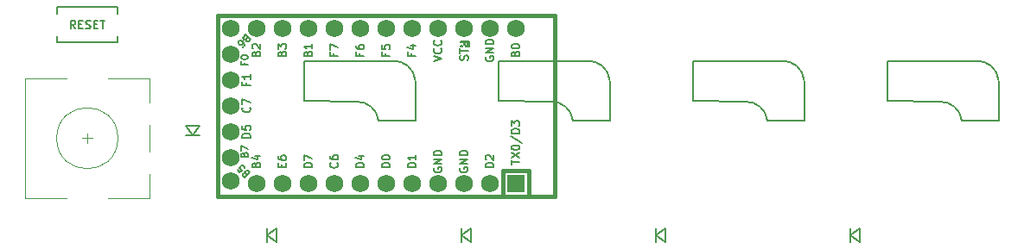
<source format=gbr>
%TF.GenerationSoftware,KiCad,Pcbnew,(6.0.1)*%
%TF.CreationDate,2022-02-15T20:39:13+08:00*%
%TF.ProjectId,Desk_Macropad,4465736b-5f4d-4616-9372-6f7061642e6b,rev?*%
%TF.SameCoordinates,Original*%
%TF.FileFunction,Legend,Top*%
%TF.FilePolarity,Positive*%
%FSLAX46Y46*%
G04 Gerber Fmt 4.6, Leading zero omitted, Abs format (unit mm)*
G04 Created by KiCad (PCBNEW (6.0.1)) date 2022-02-15 20:39:13*
%MOMM*%
%LPD*%
G01*
G04 APERTURE LIST*
%ADD10C,0.150000*%
%ADD11C,0.120000*%
%ADD12C,0.381000*%
%ADD13R,1.752600X1.752600*%
%ADD14C,1.752600*%
G04 APERTURE END LIST*
D10*
%TO.C,RSW1*%
X87881845Y-82890654D02*
X87615178Y-82509702D01*
X87424702Y-82890654D02*
X87424702Y-82090654D01*
X87729464Y-82090654D01*
X87805654Y-82128750D01*
X87843750Y-82166845D01*
X87881845Y-82243035D01*
X87881845Y-82357321D01*
X87843750Y-82433511D01*
X87805654Y-82471607D01*
X87729464Y-82509702D01*
X87424702Y-82509702D01*
X88224702Y-82471607D02*
X88491369Y-82471607D01*
X88605654Y-82890654D02*
X88224702Y-82890654D01*
X88224702Y-82090654D01*
X88605654Y-82090654D01*
X88910416Y-82852559D02*
X89024702Y-82890654D01*
X89215178Y-82890654D01*
X89291369Y-82852559D01*
X89329464Y-82814464D01*
X89367559Y-82738273D01*
X89367559Y-82662083D01*
X89329464Y-82585892D01*
X89291369Y-82547797D01*
X89215178Y-82509702D01*
X89062797Y-82471607D01*
X88986607Y-82433511D01*
X88948511Y-82395416D01*
X88910416Y-82319226D01*
X88910416Y-82243035D01*
X88948511Y-82166845D01*
X88986607Y-82128750D01*
X89062797Y-82090654D01*
X89253273Y-82090654D01*
X89367559Y-82128750D01*
X89710416Y-82471607D02*
X89977083Y-82471607D01*
X90091369Y-82890654D02*
X89710416Y-82890654D01*
X89710416Y-82090654D01*
X90091369Y-82090654D01*
X90319940Y-82090654D02*
X90777083Y-82090654D01*
X90548511Y-82890654D02*
X90548511Y-82090654D01*
%TO.C,U1*%
X126309559Y-85980833D02*
X126347654Y-85866547D01*
X126347654Y-85676071D01*
X126309559Y-85599880D01*
X126271464Y-85561785D01*
X126195273Y-85523690D01*
X126119083Y-85523690D01*
X126042892Y-85561785D01*
X126004797Y-85599880D01*
X125966702Y-85676071D01*
X125928607Y-85828452D01*
X125890511Y-85904642D01*
X125852416Y-85942738D01*
X125776226Y-85980833D01*
X125700035Y-85980833D01*
X125623845Y-85942738D01*
X125585750Y-85904642D01*
X125547654Y-85828452D01*
X125547654Y-85637976D01*
X125585750Y-85523690D01*
X125547654Y-85295119D02*
X125547654Y-84837976D01*
X126347654Y-85066547D02*
X125547654Y-85066547D01*
X130607654Y-96249848D02*
X130607654Y-95792705D01*
X131407654Y-96021276D02*
X130607654Y-96021276D01*
X130607654Y-95602229D02*
X131407654Y-95068895D01*
X130607654Y-95068895D02*
X131407654Y-95602229D01*
X130607654Y-94611752D02*
X130607654Y-94535562D01*
X130645750Y-94459372D01*
X130683845Y-94421276D01*
X130760035Y-94383181D01*
X130912416Y-94345086D01*
X131102892Y-94345086D01*
X131255273Y-94383181D01*
X131331464Y-94421276D01*
X131369559Y-94459372D01*
X131407654Y-94535562D01*
X131407654Y-94611752D01*
X131369559Y-94687943D01*
X131331464Y-94726038D01*
X131255273Y-94764133D01*
X131102892Y-94802229D01*
X130912416Y-94802229D01*
X130760035Y-94764133D01*
X130683845Y-94726038D01*
X130645750Y-94687943D01*
X130607654Y-94611752D01*
X130569559Y-93430800D02*
X131598130Y-94116514D01*
X131407654Y-93164133D02*
X130607654Y-93164133D01*
X130607654Y-92973657D01*
X130645750Y-92859372D01*
X130721940Y-92783181D01*
X130798130Y-92745086D01*
X130950511Y-92706991D01*
X131064797Y-92706991D01*
X131217178Y-92745086D01*
X131293369Y-92783181D01*
X131369559Y-92859372D01*
X131407654Y-92973657D01*
X131407654Y-93164133D01*
X130607654Y-92440324D02*
X130607654Y-91945086D01*
X130912416Y-92211752D01*
X130912416Y-92097467D01*
X130950511Y-92021276D01*
X130988607Y-91983181D01*
X131064797Y-91945086D01*
X131255273Y-91945086D01*
X131331464Y-91983181D01*
X131369559Y-92021276D01*
X131407654Y-92097467D01*
X131407654Y-92326038D01*
X131369559Y-92402229D01*
X131331464Y-92440324D01*
X130988607Y-85350309D02*
X131026702Y-85236023D01*
X131064797Y-85197928D01*
X131140988Y-85159833D01*
X131255273Y-85159833D01*
X131331464Y-85197928D01*
X131369559Y-85236023D01*
X131407654Y-85312214D01*
X131407654Y-85616976D01*
X130607654Y-85616976D01*
X130607654Y-85350309D01*
X130645750Y-85274119D01*
X130683845Y-85236023D01*
X130760035Y-85197928D01*
X130836226Y-85197928D01*
X130912416Y-85236023D01*
X130950511Y-85274119D01*
X130988607Y-85350309D01*
X130988607Y-85616976D01*
X130607654Y-84664595D02*
X130607654Y-84588404D01*
X130645750Y-84512214D01*
X130683845Y-84474119D01*
X130760035Y-84436023D01*
X130912416Y-84397928D01*
X131102892Y-84397928D01*
X131255273Y-84436023D01*
X131331464Y-84474119D01*
X131369559Y-84512214D01*
X131407654Y-84588404D01*
X131407654Y-84664595D01*
X131369559Y-84740785D01*
X131331464Y-84778880D01*
X131255273Y-84816976D01*
X131102892Y-84855071D01*
X130912416Y-84855071D01*
X130760035Y-84816976D01*
X130683845Y-84778880D01*
X130645750Y-84740785D01*
X130607654Y-84664595D01*
X121247654Y-96538976D02*
X120447654Y-96538976D01*
X120447654Y-96348500D01*
X120485750Y-96234214D01*
X120561940Y-96158023D01*
X120638130Y-96119928D01*
X120790511Y-96081833D01*
X120904797Y-96081833D01*
X121057178Y-96119928D01*
X121133369Y-96158023D01*
X121209559Y-96234214D01*
X121247654Y-96348500D01*
X121247654Y-96538976D01*
X121247654Y-95319928D02*
X121247654Y-95777071D01*
X121247654Y-95548500D02*
X120447654Y-95548500D01*
X120561940Y-95624690D01*
X120638130Y-95700880D01*
X120676226Y-95777071D01*
X105588607Y-85350309D02*
X105626702Y-85236023D01*
X105664797Y-85197928D01*
X105740988Y-85159833D01*
X105855273Y-85159833D01*
X105931464Y-85197928D01*
X105969559Y-85236023D01*
X106007654Y-85312214D01*
X106007654Y-85616976D01*
X105207654Y-85616976D01*
X105207654Y-85350309D01*
X105245750Y-85274119D01*
X105283845Y-85236023D01*
X105360035Y-85197928D01*
X105436226Y-85197928D01*
X105512416Y-85236023D01*
X105550511Y-85274119D01*
X105588607Y-85350309D01*
X105588607Y-85616976D01*
X105283845Y-84855071D02*
X105245750Y-84816976D01*
X105207654Y-84740785D01*
X105207654Y-84550309D01*
X105245750Y-84474119D01*
X105283845Y-84436023D01*
X105360035Y-84397928D01*
X105436226Y-84397928D01*
X105550511Y-84436023D01*
X106007654Y-84893166D01*
X106007654Y-84397928D01*
X108128607Y-85350309D02*
X108166702Y-85236023D01*
X108204797Y-85197928D01*
X108280988Y-85159833D01*
X108395273Y-85159833D01*
X108471464Y-85197928D01*
X108509559Y-85236023D01*
X108547654Y-85312214D01*
X108547654Y-85616976D01*
X107747654Y-85616976D01*
X107747654Y-85350309D01*
X107785750Y-85274119D01*
X107823845Y-85236023D01*
X107900035Y-85197928D01*
X107976226Y-85197928D01*
X108052416Y-85236023D01*
X108090511Y-85274119D01*
X108128607Y-85350309D01*
X108128607Y-85616976D01*
X107747654Y-84893166D02*
X107747654Y-84397928D01*
X108052416Y-84664595D01*
X108052416Y-84550309D01*
X108090511Y-84474119D01*
X108128607Y-84436023D01*
X108204797Y-84397928D01*
X108395273Y-84397928D01*
X108471464Y-84436023D01*
X108509559Y-84474119D01*
X108547654Y-84550309D01*
X108547654Y-84778880D01*
X108509559Y-84855071D01*
X108471464Y-84893166D01*
X104618607Y-88214166D02*
X104618607Y-88480833D01*
X105037654Y-88480833D02*
X104237654Y-88480833D01*
X104237654Y-88099880D01*
X105037654Y-87376071D02*
X105037654Y-87833214D01*
X105037654Y-87604642D02*
X104237654Y-87604642D01*
X104351940Y-87680833D01*
X104428130Y-87757023D01*
X104466226Y-87833214D01*
X115748607Y-85293166D02*
X115748607Y-85559833D01*
X116167654Y-85559833D02*
X115367654Y-85559833D01*
X115367654Y-85178880D01*
X115367654Y-84531261D02*
X115367654Y-84683642D01*
X115405750Y-84759833D01*
X115443845Y-84797928D01*
X115558130Y-84874119D01*
X115710511Y-84912214D01*
X116015273Y-84912214D01*
X116091464Y-84874119D01*
X116129559Y-84836023D01*
X116167654Y-84759833D01*
X116167654Y-84607452D01*
X116129559Y-84531261D01*
X116091464Y-84493166D01*
X116015273Y-84455071D01*
X115824797Y-84455071D01*
X115748607Y-84493166D01*
X115710511Y-84531261D01*
X115672416Y-84607452D01*
X115672416Y-84759833D01*
X115710511Y-84836023D01*
X115748607Y-84874119D01*
X115824797Y-84912214D01*
X105588607Y-96272309D02*
X105626702Y-96158023D01*
X105664797Y-96119928D01*
X105740988Y-96081833D01*
X105855273Y-96081833D01*
X105931464Y-96119928D01*
X105969559Y-96158023D01*
X106007654Y-96234214D01*
X106007654Y-96538976D01*
X105207654Y-96538976D01*
X105207654Y-96272309D01*
X105245750Y-96196119D01*
X105283845Y-96158023D01*
X105360035Y-96119928D01*
X105436226Y-96119928D01*
X105512416Y-96158023D01*
X105550511Y-96196119D01*
X105588607Y-96272309D01*
X105588607Y-96538976D01*
X105474321Y-95396119D02*
X106007654Y-95396119D01*
X105169559Y-95586595D02*
X105740988Y-95777071D01*
X105740988Y-95281833D01*
X110668607Y-85350309D02*
X110706702Y-85236023D01*
X110744797Y-85197928D01*
X110820988Y-85159833D01*
X110935273Y-85159833D01*
X111011464Y-85197928D01*
X111049559Y-85236023D01*
X111087654Y-85312214D01*
X111087654Y-85616976D01*
X110287654Y-85616976D01*
X110287654Y-85350309D01*
X110325750Y-85274119D01*
X110363845Y-85236023D01*
X110440035Y-85197928D01*
X110516226Y-85197928D01*
X110592416Y-85236023D01*
X110630511Y-85274119D01*
X110668607Y-85350309D01*
X110668607Y-85616976D01*
X111087654Y-84397928D02*
X111087654Y-84855071D01*
X111087654Y-84626500D02*
X110287654Y-84626500D01*
X110401940Y-84702690D01*
X110478130Y-84778880D01*
X110516226Y-84855071D01*
X113208607Y-85293166D02*
X113208607Y-85559833D01*
X113627654Y-85559833D02*
X112827654Y-85559833D01*
X112827654Y-85178880D01*
X112827654Y-84950309D02*
X112827654Y-84416976D01*
X113627654Y-84759833D01*
X118707654Y-96538976D02*
X117907654Y-96538976D01*
X117907654Y-96348500D01*
X117945750Y-96234214D01*
X118021940Y-96158023D01*
X118098130Y-96119928D01*
X118250511Y-96081833D01*
X118364797Y-96081833D01*
X118517178Y-96119928D01*
X118593369Y-96158023D01*
X118669559Y-96234214D01*
X118707654Y-96348500D01*
X118707654Y-96538976D01*
X117907654Y-95586595D02*
X117907654Y-95510404D01*
X117945750Y-95434214D01*
X117983845Y-95396119D01*
X118060035Y-95358023D01*
X118212416Y-95319928D01*
X118402892Y-95319928D01*
X118555273Y-95358023D01*
X118631464Y-95396119D01*
X118669559Y-95434214D01*
X118707654Y-95510404D01*
X118707654Y-95586595D01*
X118669559Y-95662785D01*
X118631464Y-95700880D01*
X118555273Y-95738976D01*
X118402892Y-95777071D01*
X118212416Y-95777071D01*
X118060035Y-95738976D01*
X117983845Y-95700880D01*
X117945750Y-95662785D01*
X117907654Y-95586595D01*
X116167654Y-96538976D02*
X115367654Y-96538976D01*
X115367654Y-96348500D01*
X115405750Y-96234214D01*
X115481940Y-96158023D01*
X115558130Y-96119928D01*
X115710511Y-96081833D01*
X115824797Y-96081833D01*
X115977178Y-96119928D01*
X116053369Y-96158023D01*
X116129559Y-96234214D01*
X116167654Y-96348500D01*
X116167654Y-96538976D01*
X115634321Y-95396119D02*
X116167654Y-95396119D01*
X115329559Y-95586595D02*
X115900988Y-95777071D01*
X115900988Y-95281833D01*
X105037654Y-93617976D02*
X104237654Y-93617976D01*
X104237654Y-93427500D01*
X104275750Y-93313214D01*
X104351940Y-93237023D01*
X104428130Y-93198928D01*
X104580511Y-93160833D01*
X104694797Y-93160833D01*
X104847178Y-93198928D01*
X104923369Y-93237023D01*
X104999559Y-93313214D01*
X105037654Y-93427500D01*
X105037654Y-93617976D01*
X104237654Y-92437023D02*
X104237654Y-92817976D01*
X104618607Y-92856071D01*
X104580511Y-92817976D01*
X104542416Y-92741785D01*
X104542416Y-92551309D01*
X104580511Y-92475119D01*
X104618607Y-92437023D01*
X104694797Y-92398928D01*
X104885273Y-92398928D01*
X104961464Y-92437023D01*
X104999559Y-92475119D01*
X105037654Y-92551309D01*
X105037654Y-92741785D01*
X104999559Y-92817976D01*
X104961464Y-92856071D01*
X118288607Y-85293166D02*
X118288607Y-85559833D01*
X118707654Y-85559833D02*
X117907654Y-85559833D01*
X117907654Y-85178880D01*
X117907654Y-84493166D02*
X117907654Y-84874119D01*
X118288607Y-84912214D01*
X118250511Y-84874119D01*
X118212416Y-84797928D01*
X118212416Y-84607452D01*
X118250511Y-84531261D01*
X118288607Y-84493166D01*
X118364797Y-84455071D01*
X118555273Y-84455071D01*
X118631464Y-84493166D01*
X118669559Y-84531261D01*
X118707654Y-84607452D01*
X118707654Y-84797928D01*
X118669559Y-84874119D01*
X118631464Y-84912214D01*
X111087654Y-96538976D02*
X110287654Y-96538976D01*
X110287654Y-96348500D01*
X110325750Y-96234214D01*
X110401940Y-96158023D01*
X110478130Y-96119928D01*
X110630511Y-96081833D01*
X110744797Y-96081833D01*
X110897178Y-96119928D01*
X110973369Y-96158023D01*
X111049559Y-96234214D01*
X111087654Y-96348500D01*
X111087654Y-96538976D01*
X110287654Y-95815166D02*
X110287654Y-95281833D01*
X111087654Y-95624690D01*
X104611452Y-83922508D02*
X104517171Y-83969648D01*
X104470030Y-83969648D01*
X104399320Y-83946078D01*
X104328609Y-83875367D01*
X104305039Y-83804657D01*
X104305039Y-83757516D01*
X104328609Y-83686806D01*
X104517171Y-83498244D01*
X105012146Y-83993219D01*
X104847154Y-84158210D01*
X104776443Y-84181780D01*
X104729303Y-84181780D01*
X104658592Y-84158210D01*
X104611452Y-84111070D01*
X104587882Y-84040359D01*
X104587882Y-83993219D01*
X104611452Y-83922508D01*
X104776443Y-83757516D01*
X104305039Y-84700325D02*
X104399320Y-84606044D01*
X104422890Y-84535334D01*
X104422890Y-84488193D01*
X104399320Y-84370342D01*
X104328609Y-84252491D01*
X104140047Y-84063929D01*
X104069337Y-84040359D01*
X104022196Y-84040359D01*
X103951485Y-84063929D01*
X103857205Y-84158210D01*
X103833634Y-84228921D01*
X103833634Y-84276061D01*
X103857205Y-84346772D01*
X103975056Y-84464623D01*
X104045766Y-84488193D01*
X104092907Y-84488193D01*
X104163617Y-84464623D01*
X104257898Y-84370342D01*
X104281469Y-84299632D01*
X104281469Y-84252491D01*
X104257898Y-84181780D01*
X104425750Y-95270833D02*
X104459083Y-95170833D01*
X104492416Y-95137500D01*
X104559083Y-95104166D01*
X104659083Y-95104166D01*
X104725750Y-95137500D01*
X104759083Y-95170833D01*
X104792416Y-95237500D01*
X104792416Y-95504166D01*
X104092416Y-95504166D01*
X104092416Y-95270833D01*
X104125750Y-95204166D01*
X104159083Y-95170833D01*
X104225750Y-95137500D01*
X104292416Y-95137500D01*
X104359083Y-95170833D01*
X104392416Y-95204166D01*
X104425750Y-95270833D01*
X104425750Y-95504166D01*
X104092416Y-94870833D02*
X104092416Y-94404166D01*
X104792416Y-94704166D01*
X122987654Y-86093166D02*
X123787654Y-85826500D01*
X122987654Y-85559833D01*
X123711464Y-84836023D02*
X123749559Y-84874119D01*
X123787654Y-84988404D01*
X123787654Y-85064595D01*
X123749559Y-85178880D01*
X123673369Y-85255071D01*
X123597178Y-85293166D01*
X123444797Y-85331261D01*
X123330511Y-85331261D01*
X123178130Y-85293166D01*
X123101940Y-85255071D01*
X123025750Y-85178880D01*
X122987654Y-85064595D01*
X122987654Y-84988404D01*
X123025750Y-84874119D01*
X123063845Y-84836023D01*
X123711464Y-84036023D02*
X123749559Y-84074119D01*
X123787654Y-84188404D01*
X123787654Y-84264595D01*
X123749559Y-84378880D01*
X123673369Y-84455071D01*
X123597178Y-84493166D01*
X123444797Y-84531261D01*
X123330511Y-84531261D01*
X123178130Y-84493166D01*
X123101940Y-84455071D01*
X123025750Y-84378880D01*
X122987654Y-84264595D01*
X122987654Y-84188404D01*
X123025750Y-84074119D01*
X123063845Y-84036023D01*
X104425750Y-86220833D02*
X104425750Y-86454166D01*
X104792416Y-86454166D02*
X104092416Y-86454166D01*
X104092416Y-86120833D01*
X104092416Y-85720833D02*
X104092416Y-85654166D01*
X104125750Y-85587500D01*
X104159083Y-85554166D01*
X104225750Y-85520833D01*
X104359083Y-85487500D01*
X104525750Y-85487500D01*
X104659083Y-85520833D01*
X104725750Y-85554166D01*
X104759083Y-85587500D01*
X104792416Y-85654166D01*
X104792416Y-85720833D01*
X104759083Y-85787500D01*
X104725750Y-85820833D01*
X104659083Y-85854166D01*
X104525750Y-85887500D01*
X104359083Y-85887500D01*
X104225750Y-85854166D01*
X104159083Y-85820833D01*
X104125750Y-85787500D01*
X104092416Y-85720833D01*
X125565750Y-96558023D02*
X125527654Y-96634214D01*
X125527654Y-96748500D01*
X125565750Y-96862785D01*
X125641940Y-96938976D01*
X125718130Y-96977071D01*
X125870511Y-97015166D01*
X125984797Y-97015166D01*
X126137178Y-96977071D01*
X126213369Y-96938976D01*
X126289559Y-96862785D01*
X126327654Y-96748500D01*
X126327654Y-96672309D01*
X126289559Y-96558023D01*
X126251464Y-96519928D01*
X125984797Y-96519928D01*
X125984797Y-96672309D01*
X126327654Y-96177071D02*
X125527654Y-96177071D01*
X126327654Y-95719928D01*
X125527654Y-95719928D01*
X126327654Y-95338976D02*
X125527654Y-95338976D01*
X125527654Y-95148500D01*
X125565750Y-95034214D01*
X125641940Y-94958023D01*
X125718130Y-94919928D01*
X125870511Y-94881833D01*
X125984797Y-94881833D01*
X126137178Y-94919928D01*
X126213369Y-94958023D01*
X126289559Y-95034214D01*
X126327654Y-95148500D01*
X126327654Y-95338976D01*
X120828607Y-85293166D02*
X120828607Y-85559833D01*
X121247654Y-85559833D02*
X120447654Y-85559833D01*
X120447654Y-85178880D01*
X120714321Y-84531261D02*
X121247654Y-84531261D01*
X120409559Y-84721738D02*
X120980988Y-84912214D01*
X120980988Y-84416976D01*
X113551464Y-96081833D02*
X113589559Y-96119928D01*
X113627654Y-96234214D01*
X113627654Y-96310404D01*
X113589559Y-96424690D01*
X113513369Y-96500880D01*
X113437178Y-96538976D01*
X113284797Y-96577071D01*
X113170511Y-96577071D01*
X113018130Y-96538976D01*
X112941940Y-96500880D01*
X112865750Y-96424690D01*
X112827654Y-96310404D01*
X112827654Y-96234214D01*
X112865750Y-96119928D01*
X112903845Y-96081833D01*
X112827654Y-95396119D02*
X112827654Y-95548500D01*
X112865750Y-95624690D01*
X112903845Y-95662785D01*
X113018130Y-95738976D01*
X113170511Y-95777071D01*
X113475273Y-95777071D01*
X113551464Y-95738976D01*
X113589559Y-95700880D01*
X113627654Y-95624690D01*
X113627654Y-95472309D01*
X113589559Y-95396119D01*
X113551464Y-95358023D01*
X113475273Y-95319928D01*
X113284797Y-95319928D01*
X113208607Y-95358023D01*
X113170511Y-95396119D01*
X113132416Y-95472309D01*
X113132416Y-95624690D01*
X113170511Y-95700880D01*
X113208607Y-95738976D01*
X113284797Y-95777071D01*
X108128607Y-96500880D02*
X108128607Y-96234214D01*
X108547654Y-96119928D02*
X108547654Y-96500880D01*
X107747654Y-96500880D01*
X107747654Y-96119928D01*
X107747654Y-95434214D02*
X107747654Y-95586595D01*
X107785750Y-95662785D01*
X107823845Y-95700880D01*
X107938130Y-95777071D01*
X108090511Y-95815166D01*
X108395273Y-95815166D01*
X108471464Y-95777071D01*
X108509559Y-95738976D01*
X108547654Y-95662785D01*
X108547654Y-95510404D01*
X108509559Y-95434214D01*
X108471464Y-95396119D01*
X108395273Y-95358023D01*
X108204797Y-95358023D01*
X108128607Y-95396119D01*
X108090511Y-95434214D01*
X108052416Y-95510404D01*
X108052416Y-95662785D01*
X108090511Y-95738976D01*
X108128607Y-95777071D01*
X108204797Y-95815166D01*
X104540741Y-97123202D02*
X104493601Y-97028921D01*
X104493601Y-96981780D01*
X104517171Y-96911070D01*
X104587882Y-96840359D01*
X104658592Y-96816789D01*
X104705733Y-96816789D01*
X104776443Y-96840359D01*
X104965005Y-97028921D01*
X104470030Y-97523896D01*
X104305039Y-97358904D01*
X104281469Y-97288193D01*
X104281469Y-97241053D01*
X104305039Y-97170342D01*
X104352179Y-97123202D01*
X104422890Y-97099632D01*
X104470030Y-97099632D01*
X104540741Y-97123202D01*
X104705733Y-97288193D01*
X103739353Y-96793219D02*
X103975056Y-97028921D01*
X104234328Y-96816789D01*
X104187188Y-96816789D01*
X104116477Y-96793219D01*
X103998626Y-96675367D01*
X103975056Y-96604657D01*
X103975056Y-96557516D01*
X103998626Y-96486806D01*
X104116477Y-96368955D01*
X104187188Y-96345384D01*
X104234328Y-96345384D01*
X104305039Y-96368955D01*
X104422890Y-96486806D01*
X104446460Y-96557516D01*
X104446460Y-96604657D01*
X123025750Y-96558023D02*
X122987654Y-96634214D01*
X122987654Y-96748500D01*
X123025750Y-96862785D01*
X123101940Y-96938976D01*
X123178130Y-96977071D01*
X123330511Y-97015166D01*
X123444797Y-97015166D01*
X123597178Y-96977071D01*
X123673369Y-96938976D01*
X123749559Y-96862785D01*
X123787654Y-96748500D01*
X123787654Y-96672309D01*
X123749559Y-96558023D01*
X123711464Y-96519928D01*
X123444797Y-96519928D01*
X123444797Y-96672309D01*
X123787654Y-96177071D02*
X122987654Y-96177071D01*
X123787654Y-95719928D01*
X122987654Y-95719928D01*
X123787654Y-95338976D02*
X122987654Y-95338976D01*
X122987654Y-95148500D01*
X123025750Y-95034214D01*
X123101940Y-94958023D01*
X123178130Y-94919928D01*
X123330511Y-94881833D01*
X123444797Y-94881833D01*
X123597178Y-94919928D01*
X123673369Y-94958023D01*
X123749559Y-95034214D01*
X123787654Y-95148500D01*
X123787654Y-95338976D01*
X104961464Y-90620833D02*
X104999559Y-90658928D01*
X105037654Y-90773214D01*
X105037654Y-90849404D01*
X104999559Y-90963690D01*
X104923369Y-91039880D01*
X104847178Y-91077976D01*
X104694797Y-91116071D01*
X104580511Y-91116071D01*
X104428130Y-91077976D01*
X104351940Y-91039880D01*
X104275750Y-90963690D01*
X104237654Y-90849404D01*
X104237654Y-90773214D01*
X104275750Y-90658928D01*
X104313845Y-90620833D01*
X104237654Y-90354166D02*
X104237654Y-89820833D01*
X105037654Y-90163690D01*
X128867654Y-96538976D02*
X128067654Y-96538976D01*
X128067654Y-96348500D01*
X128105750Y-96234214D01*
X128181940Y-96158023D01*
X128258130Y-96119928D01*
X128410511Y-96081833D01*
X128524797Y-96081833D01*
X128677178Y-96119928D01*
X128753369Y-96158023D01*
X128829559Y-96234214D01*
X128867654Y-96348500D01*
X128867654Y-96538976D01*
X128143845Y-95777071D02*
X128105750Y-95738976D01*
X128067654Y-95662785D01*
X128067654Y-95472309D01*
X128105750Y-95396119D01*
X128143845Y-95358023D01*
X128220035Y-95319928D01*
X128296226Y-95319928D01*
X128410511Y-95358023D01*
X128867654Y-95815166D01*
X128867654Y-95319928D01*
X128105750Y-85636023D02*
X128067654Y-85712214D01*
X128067654Y-85826500D01*
X128105750Y-85940785D01*
X128181940Y-86016976D01*
X128258130Y-86055071D01*
X128410511Y-86093166D01*
X128524797Y-86093166D01*
X128677178Y-86055071D01*
X128753369Y-86016976D01*
X128829559Y-85940785D01*
X128867654Y-85826500D01*
X128867654Y-85750309D01*
X128829559Y-85636023D01*
X128791464Y-85597928D01*
X128524797Y-85597928D01*
X128524797Y-85750309D01*
X128867654Y-85255071D02*
X128067654Y-85255071D01*
X128867654Y-84797928D01*
X128067654Y-84797928D01*
X128867654Y-84416976D02*
X128067654Y-84416976D01*
X128067654Y-84226500D01*
X128105750Y-84112214D01*
X128181940Y-84036023D01*
X128258130Y-83997928D01*
X128410511Y-83959833D01*
X128524797Y-83959833D01*
X128677178Y-83997928D01*
X128753369Y-84036023D01*
X128829559Y-84112214D01*
X128867654Y-84226500D01*
X128867654Y-84416976D01*
%TO.C,SW3*%
X155678751Y-91948749D02*
G75*
G03*
X153418750Y-90068750I-2070000J-190001D01*
G01*
X159282750Y-87948750D02*
G75*
G03*
X157018750Y-86064750I-2074000J-190000D01*
G01*
X148393750Y-89972750D02*
X148393750Y-86064750D01*
X159293750Y-91972750D02*
X155683750Y-91972750D01*
X159293750Y-88018750D02*
X159293750Y-91963750D01*
X148393750Y-90018750D02*
X153443750Y-90064750D01*
X148393750Y-86064750D02*
X157018750Y-86064750D01*
%TO.C,SW4*%
X174728751Y-91948749D02*
G75*
G03*
X172468750Y-90068750I-2070000J-190001D01*
G01*
X178332750Y-87948750D02*
G75*
G03*
X176068750Y-86064750I-2074000J-190000D01*
G01*
X167443750Y-86064750D02*
X176068750Y-86064750D01*
X178343750Y-91972750D02*
X174733750Y-91972750D01*
X167443750Y-89972750D02*
X167443750Y-86064750D01*
X178343750Y-88018750D02*
X178343750Y-91963750D01*
X167443750Y-90018750D02*
X172493750Y-90064750D01*
%TO.C,D4*%
X145656250Y-102487500D02*
X145656250Y-103887500D01*
X145656250Y-103887500D02*
X144756250Y-103187500D01*
X144756250Y-103187500D02*
X145656250Y-102487500D01*
X144756250Y-102487500D02*
X144756250Y-103887500D01*
%TO.C,D3*%
X125706250Y-102487500D02*
X125706250Y-103887500D01*
X126606250Y-103887500D02*
X125706250Y-103187500D01*
X125706250Y-103187500D02*
X126606250Y-102487500D01*
X126606250Y-102487500D02*
X126606250Y-103887500D01*
%TO.C,SW1*%
X110293750Y-90018750D02*
X115343750Y-90064750D01*
X121193750Y-88018750D02*
X121193750Y-91963750D01*
X110293750Y-86064750D02*
X118918750Y-86064750D01*
X121193750Y-91972750D02*
X117583750Y-91972750D01*
X110293750Y-89972750D02*
X110293750Y-86064750D01*
X121182750Y-87948750D02*
G75*
G03*
X118918750Y-86064750I-2074000J-190000D01*
G01*
X117578751Y-91948749D02*
G75*
G03*
X115318750Y-90068750I-2070000J-190001D01*
G01*
D11*
%TO.C,SW5*%
X87043750Y-99562500D02*
X82943750Y-99562500D01*
X95143750Y-92362500D02*
X95143750Y-94962500D01*
X95143750Y-99562500D02*
X91043750Y-99562500D01*
X89043750Y-93162500D02*
X89043750Y-94162500D01*
X95143750Y-87762500D02*
X95143750Y-90162500D01*
X87043750Y-87762500D02*
X82943750Y-87762500D01*
X91043750Y-87762500D02*
X95143750Y-87762500D01*
X88543750Y-93662500D02*
X89543750Y-93662500D01*
X82943750Y-87762500D02*
X82943750Y-99562500D01*
X95143750Y-97162500D02*
X95143750Y-99562500D01*
X92043750Y-93662500D02*
G75*
G03*
X92043750Y-93662500I-3000000J0D01*
G01*
D10*
%TO.C,D2*%
X107556250Y-102487500D02*
X107556250Y-103887500D01*
X107556250Y-103887500D02*
X106656250Y-103187500D01*
X106656250Y-103187500D02*
X107556250Y-102487500D01*
X106656250Y-102487500D02*
X106656250Y-103887500D01*
%TO.C,RSW1*%
X92043750Y-84228750D02*
X92043750Y-83628750D01*
X86043750Y-84228750D02*
X92043750Y-84228750D01*
X92043750Y-80728750D02*
X86043750Y-80728750D01*
X86043750Y-84228750D02*
X86043750Y-83628750D01*
X86043750Y-80728750D02*
X86043750Y-81428750D01*
X92043750Y-80728750D02*
X92043750Y-81428750D01*
%TO.C,SW2*%
X136628751Y-91948749D02*
G75*
G03*
X134368750Y-90068750I-2070000J-190001D01*
G01*
X140232750Y-87948750D02*
G75*
G03*
X137968750Y-86064750I-2074000J-190000D01*
G01*
X129343750Y-89972750D02*
X129343750Y-86064750D01*
X129343750Y-90018750D02*
X134393750Y-90064750D01*
X129343750Y-86064750D02*
X137968750Y-86064750D01*
X140243750Y-91972750D02*
X136633750Y-91972750D01*
X140243750Y-88018750D02*
X140243750Y-91963750D01*
%TO.C,D1*%
X99362500Y-93368750D02*
X98662500Y-92468750D01*
X100062500Y-92468750D02*
X99362500Y-93368750D01*
X98662500Y-93368750D02*
X100062500Y-93368750D01*
X98662500Y-92468750D02*
X100062500Y-92468750D01*
%TO.C,D5*%
X163806250Y-102487500D02*
X163806250Y-103887500D01*
X163806250Y-103187500D02*
X164706250Y-102487500D01*
X164706250Y-102487500D02*
X164706250Y-103887500D01*
X164706250Y-103887500D02*
X163806250Y-103187500D01*
D12*
%TO.C,U1*%
X129775750Y-96837500D02*
X129775750Y-99377500D01*
X134855750Y-81597500D02*
X134855750Y-99377500D01*
X101835750Y-99377500D02*
X101835750Y-81597500D01*
X134855750Y-99377500D02*
X101835750Y-99377500D01*
X132315750Y-96837500D02*
X132315750Y-99377500D01*
X101835750Y-81597500D02*
X134855750Y-81597500D01*
X132315750Y-96837500D02*
X129775750Y-96837500D01*
D10*
X126426720Y-84642865D02*
X126126720Y-84642865D01*
X126126720Y-84642865D02*
X126126720Y-84542865D01*
X126126720Y-84542865D02*
X126426720Y-84542865D01*
X126426720Y-84542865D02*
X126426720Y-84642865D01*
G36*
X126426720Y-84642865D02*
G01*
X126126720Y-84642865D01*
X126126720Y-84542865D01*
X126426720Y-84542865D01*
X126426720Y-84642865D01*
G37*
X126426720Y-84642865D02*
X126126720Y-84642865D01*
X126126720Y-84542865D01*
X126426720Y-84542865D01*
X126426720Y-84642865D01*
X126426720Y-84242865D02*
X125626720Y-84242865D01*
X125626720Y-84242865D02*
X125626720Y-84142865D01*
X125626720Y-84142865D02*
X126426720Y-84142865D01*
X126426720Y-84142865D02*
X126426720Y-84242865D01*
G36*
X126426720Y-84242865D02*
G01*
X125626720Y-84242865D01*
X125626720Y-84142865D01*
X126426720Y-84142865D01*
X126426720Y-84242865D01*
G37*
X126426720Y-84242865D02*
X125626720Y-84242865D01*
X125626720Y-84142865D01*
X126426720Y-84142865D01*
X126426720Y-84242865D01*
X125826720Y-84642865D02*
X125626720Y-84642865D01*
X125626720Y-84642865D02*
X125626720Y-84542865D01*
X125626720Y-84542865D02*
X125826720Y-84542865D01*
X125826720Y-84542865D02*
X125826720Y-84642865D01*
G36*
X125826720Y-84642865D02*
G01*
X125626720Y-84642865D01*
X125626720Y-84542865D01*
X125826720Y-84542865D01*
X125826720Y-84642865D01*
G37*
X125826720Y-84642865D02*
X125626720Y-84642865D01*
X125626720Y-84542865D01*
X125826720Y-84542865D01*
X125826720Y-84642865D01*
X126426720Y-84642865D02*
X126326720Y-84642865D01*
X126326720Y-84642865D02*
X126326720Y-84142865D01*
X126326720Y-84142865D02*
X126426720Y-84142865D01*
X126426720Y-84142865D02*
X126426720Y-84642865D01*
G36*
X126426720Y-84642865D02*
G01*
X126326720Y-84642865D01*
X126326720Y-84142865D01*
X126426720Y-84142865D01*
X126426720Y-84642865D01*
G37*
X126426720Y-84642865D02*
X126326720Y-84642865D01*
X126326720Y-84142865D01*
X126426720Y-84142865D01*
X126426720Y-84642865D01*
X126026720Y-84442865D02*
X125926720Y-84442865D01*
X125926720Y-84442865D02*
X125926720Y-84342865D01*
X125926720Y-84342865D02*
X126026720Y-84342865D01*
X126026720Y-84342865D02*
X126026720Y-84442865D01*
G36*
X126026720Y-84442865D02*
G01*
X125926720Y-84442865D01*
X125926720Y-84342865D01*
X126026720Y-84342865D01*
X126026720Y-84442865D01*
G37*
X126026720Y-84442865D02*
X125926720Y-84442865D01*
X125926720Y-84342865D01*
X126026720Y-84342865D01*
X126026720Y-84442865D01*
%TD*%
D13*
%TO.C,U1*%
X131045750Y-98107500D03*
D14*
X128505750Y-98107500D03*
X125965750Y-98107500D03*
X123425750Y-98107500D03*
X120885750Y-98107500D03*
X118345750Y-98107500D03*
X115805750Y-98107500D03*
X113265750Y-98107500D03*
X110725750Y-98107500D03*
X108185750Y-98107500D03*
X105645750Y-98107500D03*
X103105750Y-97878900D03*
X103105750Y-82867500D03*
X105645750Y-82867500D03*
X108185750Y-82867500D03*
X110725750Y-82867500D03*
X113265750Y-82867500D03*
X115805750Y-82867500D03*
X118345750Y-82867500D03*
X120885750Y-82867500D03*
X123425750Y-82867500D03*
X125965750Y-82867500D03*
X128505750Y-82867500D03*
X131045750Y-82867500D03*
X103105750Y-95567500D03*
X103105750Y-93027500D03*
X103105750Y-90487500D03*
X103105750Y-87947500D03*
X103105750Y-85407500D03*
%TD*%
M02*

</source>
